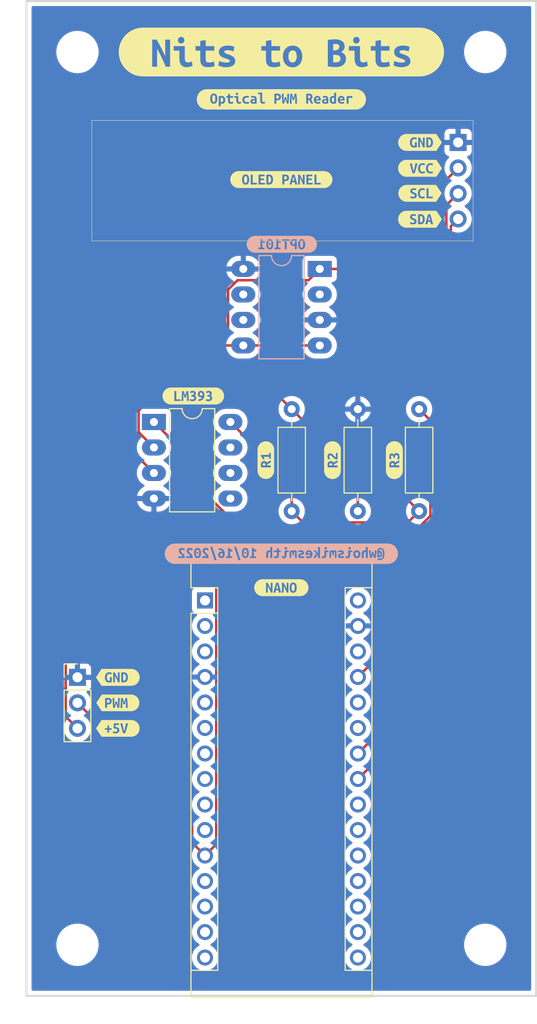
<source format=kicad_pcb>
(kicad_pcb (version 20211014) (generator pcbnew)
  (layers (0 "F.Cu" signal) (31 "B.Cu" signal) (34 "B.Paste" user) (35 "F.Paste" user) (36 "B.SilkS" user "B.Silkscreen") (37 "F.SilkS" user "F.Silkscreen") (38 "B.Mask" user) (39 "F.Mask" user) (44 "Edge.Cuts" user))
  (net 0 "")
  (net 7 "GND")
  (net 14 "/SDA")
  (net 16 "/SCK")
  (net 21 "+5V")
  (net 29 "Net-(U1-Pad4)")
  (net 31 "Net-(R1-Pad2)")
  (net 32 "OPT_OUT")
  (footprint "kibuzzard-634C412A" (layer "F.Cu") (at 147.32 61.439999)
    (fp_text reference "kibuzzard-634C412A" hide)
    (fp_text value "G***" hide)
  )
  (footprint "kibuzzard-634C44DF" (layer "F.Cu") (at 147.366196 75.024556)
    (fp_text reference "kibuzzard-634C44DF" hide)
    (fp_text value "G***" hide)
  )
  (footprint "kibuzzard-634C3A1E" (layer "F.Cu") (at 131.020552 118.14952)
    (fp_text reference "kibuzzard-634C3A1E" hide)
    (fp_text value "G***" hide)
  )
  (footprint "kibuzzard-634C46AB" (layer "F.Cu") (at 161.140328 72.529927)
    (fp_text reference "kibuzzard-634C46AB" hide)
    (fp_text value "G***" hide)
  )
  (footprint "Resistor_THT:R_Axial_DIN0207_L6.3mm_D2.5mm_P10.16mm_Horizontal" (layer "F.Cu") (at 154.94 101.6 90)
    (fp_text reference "R2" hide)
    (fp_text value "2.2K")
    (pad "1" thru_hole circle locked (at 0 0 90) (size 1.6 1.6) (drill 0.8) (layers *.Cu *.Mask) (net 31 "Net-(R1-Pad2)"))
    (pad "2" thru_hole oval locked (at 10.16 0 90) (size 1.6 1.6) (drill 0.8) (layers *.Cu *.Mask) (net 7 "GND"))
  )
  (footprint "kibuzzard-634C4988" (layer "F.Cu") (at 147.319999 105.836697)
    (fp_text reference "kibuzzard-634C4988" hide)
    (fp_text value "G***" hide)
  )
  (footprint "Resistor_THT:R_Axial_DIN0207_L6.3mm_D2.5mm_P10.16mm_Horizontal" (layer "F.Cu") (at 161.05 101.6 90)
    (fp_text reference "R3" hide)
    (fp_text value "10K")
    (pad "1" thru_hole circle locked (at 0 0 90) (size 1.6 1.6) (drill 0.8) (layers *.Cu *.Mask) (net 21 "+5V"))
    (pad "2" thru_hole oval locked (at 10.16 0 90) (size 1.6 1.6) (drill 0.8) (layers *.Cu *.Mask) (net 32 "OPT_OUT"))
  )
  (footprint "kibuzzard-634C460A" (layer "F.Cu") (at 152.41492 96.52 90)
    (fp_text reference "kibuzzard-634C460A" hide)
    (fp_text value "G***" hide)
  )
  (footprint "kibuzzard-634C48E5" (layer "F.Cu") (at 147.32 55.88)
    (fp_text reference "kibuzzard-634C48E5" hide)
    (fp_text value "G***" hide)
  )
  (footprint "kibuzzard-634C4154" (layer "F.Cu") (at 147.32 55.88)
    (fp_text reference "kibuzzard-634C4154" hide)
    (fp_text value "G***" hide)
  )
  (footprint "Connector_PinHeader_2.54mm:PinHeader_1x03_P2.54mm_Vertical" (layer "F.Cu") (at 127 118.144169)
    (fp_text reference "J2" hide)
    (fp_text value "Conn_01x03_Female")
    (pad "1" thru_hole rect locked (at 0 0) (size 1.7 1.7) (drill 1) (layers *.Cu *.Mask) (net 7 "GND"))
    (pad "2" thru_hole oval locked (at 0 2.54) (size 1.7 1.7) (drill 1) (layers *.Cu *.Mask) (net 32 "OPT_OUT"))
    (pad "3" thru_hole oval locked (at 0 5.08) (size 1.7 1.7) (drill 1) (layers *.Cu *.Mask) (net 21 "+5V"))
  )
  (footprint "kibuzzard-634C468E" (layer "F.Cu") (at 161.140328 67.459671)
    (fp_text reference "kibuzzard-634C468E" hide)
    (fp_text value "G***" hide)
  )
  (footprint "kibuzzard-634C4927" (layer "F.Cu") (at 147.32 60.594552)
    (fp_text reference "kibuzzard-634C4927" hide)
    (fp_text value "G***" hide)
  )
  (footprint "kibuzzard-634C469B" (layer "F.Cu") (at 161.140328 69.951339)
    (fp_text reference "kibuzzard-634C469B" hide)
    (fp_text value "G***" hide)
  )
  (footprint "kibuzzard-634C45F5" (layer "F.Cu") (at 145.773189 96.52 90)
    (fp_text reference "kibuzzard-634C45F5" hide)
    (fp_text value "G***" hide)
  )
  (footprint "Package_DIP:DIP-8_W7.62mm_LongPads" (layer "F.Cu") (at 134.62 92.72)
    (fp_text reference "U2" hide)
    (fp_text value "LM393")
    (pad "1" thru_hole rect locked (at 0 0) (size 2.4 1.6) (drill 0.8) (layers *.Cu *.Mask) (net 32 "OPT_OUT"))
    (pad "2" thru_hole oval locked (at 0 2.54) (size 2.4 1.6) (drill 0.8) (layers *.Cu *.Mask) (net 31 "Net-(R1-Pad2)"))
    (pad "3" thru_hole oval locked (at 0 5.08) (size 2.4 1.6) (drill 0.8) (layers *.Cu *.Mask) (net 29 "Net-(U1-Pad4)"))
    (pad "4" thru_hole oval locked (at 0 7.62) (size 2.4 1.6) (drill 0.8) (layers *.Cu *.Mask) (net 7 "GND"))
    (pad "5" thru_hole oval locked (at 7.62 7.62) (size 2.4 1.6) (drill 0.8) (layers *.Cu *.Mask))
    (pad "6" thru_hole oval locked (at 7.62 5.08) (size 2.4 1.6) (drill 0.8) (layers *.Cu *.Mask))
    (pad "7" thru_hole oval locked (at 7.62 2.54) (size 2.4 1.6) (drill 0.8) (layers *.Cu *.Mask))
    (pad "8" thru_hole oval locked (at 7.62 0) (size 2.4 1.6) (drill 0.8) (layers *.Cu *.Mask) (net 21 "+5V"))
  )
  (footprint "Module:Arduino_Nano" (layer "F.Cu") (at 139.71 110.49)
    (fp_text reference "A1" hide)
    (fp_text value "Arduino_Nano_v3.x")
    (pad "1" thru_hole rect locked (at 0 0) (size 1.6 1.6) (drill 1) (layers *.Cu *.Mask))
    (pad "2" thru_hole oval locked (at 0 2.54) (size 1.6 1.6) (drill 1) (layers *.Cu *.Mask))
    (pad "3" thru_hole oval locked (at 0 5.08) (size 1.6 1.6) (drill 1) (layers *.Cu *.Mask))
    (pad "4" thru_hole oval locked (at 0 7.62) (size 1.6 1.6) (drill 1) (layers *.Cu *.Mask) (net 7 "GND"))
    (pad "5" thru_hole oval locked (at 0 10.16) (size 1.6 1.6) (drill 1) (layers *.Cu *.Mask))
    (pad "6" thru_hole oval locked (at 0 12.7) (size 1.6 1.6) (drill 1) (layers *.Cu *.Mask))
    (pad "7" thru_hole oval locked (at 0 15.24) (size 1.6 1.6) (drill 1) (layers *.Cu *.Mask))
    (pad "8" thru_hole oval locked (at 0 17.78) (size 1.6 1.6) (drill 1) (layers *.Cu *.Mask))
    (pad "9" thru_hole oval locked (at 0 20.32) (size 1.6 1.6) (drill 1) (layers *.Cu *.Mask))
    (pad "10" thru_hole oval locked (at 0 22.86) (size 1.6 1.6) (drill 1) (layers *.Cu *.Mask))
    (pad "11" thru_hole oval locked (at 0 25.4) (size 1.6 1.6) (drill 1) (layers *.Cu *.Mask) (net 32 "OPT_OUT"))
    (pad "12" thru_hole oval locked (at 0 27.94) (size 1.6 1.6) (drill 1) (layers *.Cu *.Mask))
    (pad "13" thru_hole oval locked (at 0 30.48) (size 1.6 1.6) (drill 1) (layers *.Cu *.Mask))
    (pad "14" thru_hole oval locked (at 0 33.02) (size 1.6 1.6) (drill 1) (layers *.Cu *.Mask))
    (pad "15" thru_hole oval locked (at 0 35.56) (size 1.6 1.6) (drill 1) (layers *.Cu *.Mask))
    (pad "16" thru_hole oval locked (at 15.24 35.56) (size 1.6 1.6) (drill 1) (layers *.Cu *.Mask))
    (pad "17" thru_hole oval locked (at 15.24 33.02) (size 1.6 1.6) (drill 1) (layers *.Cu *.Mask))
    (pad "18" thru_hole oval locked (at 15.24 30.48) (size 1.6 1.6) (drill 1) (layers *.Cu *.Mask))
    (pad "19" thru_hole oval locked (at 15.24 27.94) (size 1.6 1.6) (drill 1) (layers *.Cu *.Mask))
    (pad "20" thru_hole oval locked (at 15.24 25.4) (size 1.6 1.6) (drill 1) (layers *.Cu *.Mask))
    (pad "21" thru_hole oval locked (at 15.24 22.86) (size 1.6 1.6) (drill 1) (layers *.Cu *.Mask))
    (pad "22" thru_hole oval locked (at 15.24 20.32) (size 1.6 1.6) (drill 1) (layers *.Cu *.Mask))
    (pad "23" thru_hole oval locked (at 15.24 17.78) (size 1.6 1.6) (drill 1) (layers *.Cu *.Mask) (net 14 "/SDA"))
    (pad "24" thru_hole oval locked (at 15.24 15.24) (size 1.6 1.6) (drill 1) (layers *.Cu *.Mask) (net 16 "/SCK"))
    (pad "25" thru_hole oval locked (at 15.24 12.7) (size 1.6 1.6) (drill 1) (layers *.Cu *.Mask))
    (pad "26" thru_hole oval locked (at 15.24 10.16) (size 1.6 1.6) (drill 1) (layers *.Cu *.Mask))
    (pad "27" thru_hole oval locked (at 15.24 7.62) (size 1.6 1.6) (drill 1) (layers *.Cu *.Mask) (net 21 "+5V"))
    (pad "28" thru_hole oval locked (at 15.24 5.08) (size 1.6 1.6) (drill 1) (layers *.Cu *.Mask))
    (pad "29" thru_hole oval locked (at 15.24 2.54) (size 1.6 1.6) (drill 1) (layers *.Cu *.Mask) (net 7 "GND"))
    (pad "30" thru_hole oval locked (at 15.24 0) (size 1.6 1.6) (drill 1) (layers *.Cu *.Mask))
  )
  (footprint "kibuzzard-634C461A" (layer "F.Cu") (at 158.581896 96.52 90)
    (fp_text reference "kibuzzard-634C461A" hide)
    (fp_text value "G***" hide)
  )
  (footprint "MountingHole:MountingHole_3.2mm_M3_ISO7380" (layer "F.Cu") (at 167.64 144.78)
    (fp_text reference "H3" hide)
    (fp_text value "MountingHole")
    (pad "" np_thru_hole circle locked (at 0 0) (size 3.2 3.2) (drill 3.2) (layers *.Cu *.Mask))
  )
  (footprint "kibuzzard-634C441D" (layer "F.Cu") (at 138.544133 90.131582)
    (fp_text reference "kibuzzard-634C441D" hide)
    (fp_text value "G***" hide)
  )
  (footprint "kibuzzard-634C463E" (layer "F.Cu") (at 147.32 68.58)
    (fp_text reference "kibuzzard-634C463E" hide)
    (fp_text value "G***" hide)
  )
  (footprint "kibuzzard-634C3A48" (layer "F.Cu") (at 131.020552 123.22952)
    (fp_text reference "kibuzzard-634C3A48" hide)
    (fp_text value "G***" hide)
  )
  (footprint "SSD1306:SSD1306-0.91-OLED-4pin-128x32" (layer "F.Cu") (at 128.435 62.695)
    (fp_text reference "J1" hide)
    (fp_text value "SSD1306 OLED 128x32")
    (pad "1" thru_hole rect (at 36.5 2.19) (size 1.7 1.7) (drill 1) (layers *.Cu *.Mask) (net 7 "GND"))
    (pad "2" thru_hole oval (at 36.5 4.73) (size 1.7 1.7) (drill 1) (layers *.Cu *.Mask) (net 21 "+5V"))
    (pad "3" thru_hole oval (at 36.5 7.27) (size 1.7 1.7) (drill 1) (layers *.Cu *.Mask) (net 16 "/SCK"))
    (pad "4" thru_hole oval (at 36.5 9.81) (size 1.7 1.7) (drill 1) (layers *.Cu *.Mask) (net 14 "/SDA"))
  )
  (footprint "Resistor_THT:R_Axial_DIN0207_L6.3mm_D2.5mm_P10.16mm_Horizontal" (layer "F.Cu") (at 148.35 101.6 90)
    (fp_text reference "R1" hide)
    (fp_text value "1K")
    (pad "1" thru_hole circle locked (at 0 0 90) (size 1.6 1.6) (drill 0.8) (layers *.Cu *.Mask) (net 21 "+5V"))
    (pad "2" thru_hole oval locked (at 10.16 0 90) (size 1.6 1.6) (drill 0.8) (layers *.Cu *.Mask) (net 31 "Net-(R1-Pad2)"))
  )
  (footprint "kibuzzard-634C3A34" (layer "F.Cu") (at 131.020552 120.68952)
    (fp_text reference "kibuzzard-634C3A34" hide)
    (fp_text value "G***" hide)
  )
  (footprint "MountingHole:MountingHole_3.2mm_M3_ISO7380" (layer "F.Cu") (at 127 144.78)
    (fp_text reference "H1" hide)
    (fp_text value "MountingHole")
    (pad "" np_thru_hole circle locked (at 0 0) (size 3.2 3.2) (drill 3.2) (layers *.Cu *.Mask))
  )
  (footprint "MountingHole:MountingHole_3.2mm_M3_ISO7380" (layer "F.Cu") (at 127 55.88)
    (fp_text reference "H2" hide)
    (fp_text value "MountingHole")
    (pad "" np_thru_hole circle locked (at 0 0) (size 3.2 3.2) (drill 3.2) (layers *.Cu *.Mask))
  )
  (footprint "MountingHole:MountingHole_3.2mm_M3_ISO7380" (layer "F.Cu") (at 167.64 55.88)
    (fp_text reference "H4" hide)
    (fp_text value "MountingHole")
    (pad "" np_thru_hole circle locked (at 0 0) (size 3.2 3.2) (drill 3.2) (layers *.Cu *.Mask))
  )
  (footprint "kibuzzard-634C44B9" (layer "F.Cu") (at 147.32 109.22)
    (fp_text reference "kibuzzard-634C44B9" hide)
    (fp_text value "G***" hide)
  )
  (footprint "kibuzzard-634C467F" (layer "F.Cu") (at 161.140328 64.881084)
    (fp_text reference "kibuzzard-634C467F" hide)
    (fp_text value "G***" hide)
  )
  (footprint "Package_DIP:DIP-8_W7.62mm_LongPads" (layer "B.Cu") (at 151.145 77.48 180)
    (fp_text reference "U1" hide)
    (fp_text value "OPT101")
    (pad "1" thru_hole rect locked (at 0 0 180) (size 2.4 1.6) (drill 0.8) (layers *.Cu *.Mask) (net 21 "+5V"))
    (pad "2" thru_hole oval locked (at 0 -2.54 180) (size 2.4 1.6) (drill 0.8) (layers *.Cu *.Mask))
    (pad "3" thru_hole oval locked (at 0 -5.08 180) (size 2.4 1.6) (drill 0.8) (layers *.Cu *.Mask) (net 7 "GND"))
    (pad "4" thru_hole oval locked (at 0 -7.62 180) (size 2.4 1.6) (drill 0.8) (layers *.Cu *.Mask) (net 29 "Net-(U1-Pad4)"))
    (pad "5" thru_hole oval locked (at 7.62 -7.62 180) (size 2.4 1.6) (drill 0.8) (layers *.Cu *.Mask) (net 29 "Net-(U1-Pad4)"))
    (pad "6" thru_hole oval locked (at 7.62 -5.08 180) (size 2.4 1.6) (drill 0.8) (layers *.Cu *.Mask))
    (pad "7" thru_hole oval locked (at 7.62 -2.54 180) (size 2.4 1.6) (drill 0.8) (layers *.Cu *.Mask))
    (pad "8" thru_hole oval locked (at 7.62 0 180) (size 2.4 1.6) (drill 0.8) (layers *.Cu *.Mask) (net 7 "GND"))
  )
  (gr_line (start 172.72 149.86) (end 121.92 149.86) (layer "Edge.Cuts") (width 0.2))
  (gr_line (start 121.92 50.8) (end 172.72 50.8) (layer "Edge.Cuts") (width 0.2))
  (gr_line (start 172.72 50.8) (end 172.72 149.86) (layer "Edge.Cuts") (width 0.2))
  (gr_line (start 121.92 149.86) (end 121.92 50.8) (layer "Edge.Cuts") (width 0.2))
  (segment (start 164.210009 73.229991) (end 164.210009 119.009991) (width 0.25) (layer "F.Cu") (net 14))
  (segment (start 164.210009 119.009991) (end 154.95 128.27) (width 0.25) (layer "F.Cu") (net 14))
  (segment (start 164.935 72.505) (end 164.210009 73.229991) (width 0.25) (layer "F.Cu") (net 14))
  (segment (start 163.760489 71.139511) (end 163.760489 116.919511) (width 0.25) (layer "F.Cu") (net 16))
  (segment (start 164.935 69.965) (end 163.760489 71.139511) (width 0.25) (layer "F.Cu") (net 16))
  (segment (start 163.760489 116.919511) (end 154.95 125.73) (width 0.25) (layer "F.Cu") (net 16))
  (segment (start 142.950169 78.60452) (end 142.00048 79.554209) (width 0.25) (layer "F.Cu") (net 21))
  (segment (start 156.82 75.54) (end 154.88 77.48) (width 0.25) (layer "F.Cu") (net 21))
  (segment (start 150.02048 78.60452) (end 142.950169 78.60452) (width 0.25) (layer "F.Cu") (net 21))
  (segment (start 154.88 77.48) (end 151.145 77.48) (width 0.25) (layer "F.Cu") (net 21))
  (segment (start 138.769063 84.65048) (end 125.825489 97.594054) (width 0.25) (layer "F.Cu") (net 21))
  (segment (start 151.145 77.48) (end 150.02048 78.60452) (width 0.25) (layer "F.Cu") (net 21))
  (segment (start 125.825489 122.049658) (end 127 123.224169) (width 0.25) (layer "F.Cu") (net 21))
  (segment (start 156.82 75.54) (end 156.82 97.37) (width 0.25) (layer "F.Cu") (net 21))
  (segment (start 142.00048 79.554209) (end 142.00048 84.05952) (width 0.25) (layer "F.Cu") (net 21))
  (segment (start 163.310969 69.330969) (end 163.17 69.19) (width 0.25) (layer "F.Cu") (net 21))
  (segment (start 156.82 97.37) (end 161.05 101.6) (width 0.25) (layer "F.Cu") (net 21))
  (segment (start 164.935 67.425) (end 163.17 69.19) (width 0.25) (layer "F.Cu") (net 21))
  (segment (start 142.24 92.72) (end 148.35 98.83) (width 0.25) (layer "F.Cu") (net 21))
  (segment (start 148.35 98.83) (end 148.35 101.6) (width 0.25) (layer "F.Cu") (net 21))
  (segment (start 163.310969 109.749031) (end 163.310969 69.330969) (width 0.25) (layer "F.Cu") (net 21))
  (segment (start 154.95 118.11) (end 163.310969 109.749031) (width 0.25) (layer "F.Cu") (net 21))
  (segment (start 142.00048 84.05952) (end 141.40952 84.65048) (width 0.25) (layer "F.Cu") (net 21))
  (segment (start 148.35 101.6) (end 149.474511 102.724511) (width 0.25) (layer "F.Cu") (net 21))
  (segment (start 125.825489 97.594054) (end 125.825489 122.049658) (width 0.25) (layer "F.Cu") (net 21))
  (segment (start 149.474511 102.724511) (end 159.925489 102.724511) (width 0.25) (layer "F.Cu") (net 21))
  (segment (start 141.40952 84.65048) (end 138.769063 84.65048) (width 0.25) (layer "F.Cu") (net 21))
  (segment (start 159.925489 102.724511) (end 161.05 101.6) (width 0.25) (layer "F.Cu") (net 21))
  (segment (start 163.17 69.19) (end 156.82 75.54) (width 0.25) (layer "F.Cu") (net 21))
  (segment (start 138.955261 85.1) (end 143.525 85.1) (width 0.25) (layer "F.Cu") (net 29))
  (segment (start 132.08 91.975261) (end 138.955261 85.1) (width 0.25) (layer "F.Cu") (net 29))
  (segment (start 143.525 85.1) (end 151.145 85.1) (width 0.25) (layer "F.Cu") (net 29))
  (segment (start 134.62 97.8) (end 132.08 95.26) (width 0.25) (layer "F.Cu") (net 29))
  (segment (start 132.08 95.26) (end 132.08 91.975261) (width 0.25) (layer "F.Cu") (net 29))
  (segment (start 154.94 101.6) (end 154.94 98.03) (width 0.25) (layer "F.Cu") (net 31))
  (segment (start 133.095489 91.595489) (end 135.790978 88.9) (width 0.25) (layer "F.Cu") (net 31))
  (segment (start 135.790978 88.9) (end 145.81 88.9) (width 0.25) (layer "F.Cu") (net 31))
  (segment (start 134.62 95.26) (end 133.095489 93.735489) (width 0.25) (layer "F.Cu") (net 31))
  (segment (start 154.94 98.03) (end 148.35 91.44) (width 0.25) (layer "F.Cu") (net 31))
  (segment (start 133.095489 93.735489) (end 133.095489 91.595489) (width 0.25) (layer "F.Cu") (net 31))
  (segment (start 145.81 88.9) (end 148.35 91.44) (width 0.25) (layer "F.Cu") (net 31))
  (segment (start 138.43 134.61) (end 139.71 135.89) (width 0.25) (layer "F.Cu") (net 32))
  (segment (start 138.43 132.114169) (end 127 120.684169) (width 0.25) (layer "F.Cu") (net 32))
  (segment (start 144.049689 104.14) (end 137.16 97.250311) (width 0.25) (layer "F.Cu") (net 32))
  (segment (start 162.174511 102.065789) (end 161.066269 103.174031) (width 0.25) (layer "F.Cu") (net 32))
  (segment (start 145.015658 103.174031) (end 144.049689 104.14) (width 0.25) (layer "F.Cu") (net 32))
  (segment (start 161.066269 103.174031) (end 145.015658 103.174031) (width 0.25) (layer "F.Cu") (net 32))
  (segment (start 161.05 91.44) (end 162.174511 92.564511) (width 0.25) (layer "F.Cu") (net 32))
  (segment (start 140.834511 107.355178) (end 144.049689 104.14) (width 0.25) (layer "F.Cu") (net 32))
  (segment (start 137.16 97.250311) (end 137.16 95.26) (width 0.25) (layer "F.Cu") (net 32))
  (segment (start 140.834511 134.765489) (end 140.834511 107.355178) (width 0.25) (layer "F.Cu") (net 32))
  (segment (start 139.71 135.89) (end 140.834511 134.765489) (width 0.25) (layer "F.Cu") (net 32))
  (segment (start 138.43 132.114169) (end 138.43 134.61) (width 0.25) (layer "F.Cu") (net 32))
  (segment (start 137.16 95.26) (end 134.62 92.72) (width 0.25) (layer "F.Cu") (net 32))
  (segment (start 162.174511 92.564511) (end 162.174511 102.065789) (width 0.25) (layer "F.Cu") (net 32))
  (zone (net 7) (net_name "GND") (layer "B.Cu") (name "GND") (connect_pads (clearance 0.508)) (min_thickness 0.254) (fill yes (thermal_gap 0.508) (thermal_bridge_width 0.508))
    (polygon (pts (xy 172.72 149.86) (xy 121.92 149.86) (xy 121.92 50.8) (xy 172.72 50.8)))
  )
  (zone (net 7) (net_name "GND") (layer "B.Cu") (name "GND") (connect_pads (clearance 0.508)) (min_thickness 0.254) (fill yes (thermal_gap 0.508) (thermal_bridge_width 0.508))
    (polygon (pts (xy 172.72 149.86) (xy 121.92 149.86) (xy 121.92 50.8) (xy 172.72 50.8)))
  )
)
</source>
